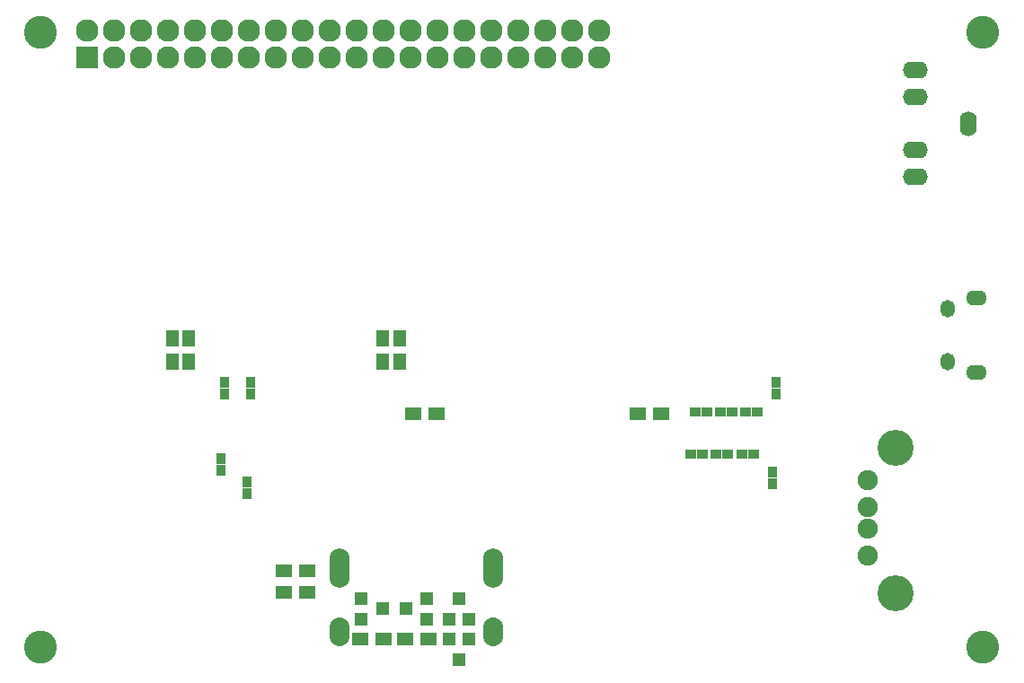
<source format=gbs>
G04 #@! TF.FileFunction,Soldermask,Bot*
%FSLAX46Y46*%
G04 Gerber Fmt 4.6, Leading zero omitted, Abs format (unit mm)*
G04 Created by KiCad (PCBNEW 4.0.5+dfsg1-4) date Sun Dec 23 19:03:49 2018*
%MOMM*%
%LPD*%
G01*
G04 APERTURE LIST*
%ADD10C,0.100000*%
%ADD11R,1.200000X1.300000*%
%ADD12R,1.300000X1.200000*%
%ADD13O,1.350000X1.650000*%
%ADD14O,1.950000X1.400000*%
%ADD15C,1.900000*%
%ADD16C,3.400000*%
%ADD17R,1.600000X1.300000*%
%ADD18R,1.000000X0.900000*%
%ADD19R,0.900000X1.000000*%
%ADD20O,1.900000X3.700000*%
%ADD21O,1.900000X2.700000*%
%ADD22C,3.100000*%
%ADD23R,1.300000X1.600000*%
%ADD24R,2.127200X2.127200*%
%ADD25O,2.127200X2.127200*%
%ADD26O,1.600000X2.350000*%
%ADD27O,2.350000X1.600000*%
G04 APERTURE END LIST*
D10*
D11*
X128250000Y-103400000D03*
X130150000Y-103400000D03*
X129200000Y-105400000D03*
X130150000Y-101600000D03*
X128250000Y-101600000D03*
X129200000Y-99600000D03*
D12*
X126200000Y-99650000D03*
X126200000Y-101550000D03*
X124200000Y-100600000D03*
X120000000Y-101550000D03*
X120000000Y-99650000D03*
X122000000Y-100600000D03*
D13*
X175250000Y-77300000D03*
X175250000Y-72300000D03*
D14*
X177950000Y-78300000D03*
X177950000Y-71300000D03*
D15*
X167700000Y-88490000D03*
X167700000Y-91030000D03*
X167700000Y-93060000D03*
X167700000Y-95600000D03*
D16*
X170370000Y-85440000D03*
X170370000Y-99160000D03*
D17*
X127100000Y-82200000D03*
X124900000Y-82200000D03*
X112700000Y-97000000D03*
X114900000Y-97000000D03*
X148300000Y-82200000D03*
X146100000Y-82200000D03*
X126300000Y-103400000D03*
X124100000Y-103400000D03*
X119900000Y-103400000D03*
X122100000Y-103400000D03*
D18*
X152550000Y-82000000D03*
X151450000Y-82000000D03*
X152150000Y-86000000D03*
X151050000Y-86000000D03*
X154950000Y-82000000D03*
X153850000Y-82000000D03*
X154550000Y-86000000D03*
X153450000Y-86000000D03*
X156250000Y-82000000D03*
X157350000Y-82000000D03*
X155850000Y-86000000D03*
X156950000Y-86000000D03*
D19*
X158800000Y-88750000D03*
X158800000Y-87650000D03*
X159100000Y-79250000D03*
X159100000Y-80350000D03*
D20*
X117950000Y-96760000D03*
X132450000Y-96760000D03*
D21*
X117950000Y-102720000D03*
X132450000Y-102720000D03*
D22*
X89800000Y-104200000D03*
X178600000Y-104200000D03*
X178600000Y-46200000D03*
X89800000Y-46200000D03*
D19*
X107100000Y-80350000D03*
X107100000Y-79250000D03*
X109600000Y-80350000D03*
X109600000Y-79250000D03*
X106800000Y-87550000D03*
X106800000Y-86450000D03*
X109200000Y-88650000D03*
X109200000Y-89750000D03*
D23*
X123600000Y-77300000D03*
X123600000Y-75100000D03*
X122000000Y-77300000D03*
X122000000Y-75100000D03*
X102200000Y-75050000D03*
X102200000Y-77250000D03*
X103750000Y-75050000D03*
X103750000Y-77250000D03*
D24*
X94200000Y-48600000D03*
D25*
X94200000Y-46060000D03*
X96740000Y-48600000D03*
X96740000Y-46060000D03*
X99280000Y-48600000D03*
X99280000Y-46060000D03*
X101820000Y-48600000D03*
X101820000Y-46060000D03*
X104360000Y-48600000D03*
X104360000Y-46060000D03*
X106900000Y-48600000D03*
X106900000Y-46060000D03*
X109440000Y-48600000D03*
X109440000Y-46060000D03*
X111980000Y-48600000D03*
X111980000Y-46060000D03*
X114520000Y-48600000D03*
X114520000Y-46060000D03*
X117060000Y-48600000D03*
X117060000Y-46060000D03*
X119600000Y-48600000D03*
X119600000Y-46060000D03*
X122140000Y-48600000D03*
X122140000Y-46060000D03*
X124680000Y-48600000D03*
X124680000Y-46060000D03*
X127220000Y-48600000D03*
X127220000Y-46060000D03*
X129760000Y-48600000D03*
X129760000Y-46060000D03*
X132300000Y-48600000D03*
X132300000Y-46060000D03*
X134840000Y-48600000D03*
X134840000Y-46060000D03*
X137380000Y-48600000D03*
X137380000Y-46060000D03*
X139920000Y-48600000D03*
X139920000Y-46060000D03*
X142460000Y-48600000D03*
X142460000Y-46060000D03*
D17*
X112700000Y-99000000D03*
X114900000Y-99000000D03*
D26*
X177200000Y-54800000D03*
D27*
X172200000Y-57300000D03*
X172200000Y-59800000D03*
X172200000Y-52300000D03*
X172200000Y-49800000D03*
M02*

</source>
